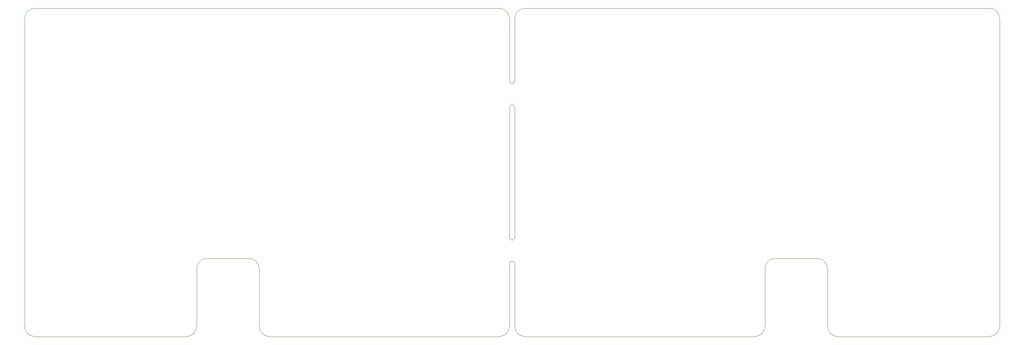
<source format=gbr>
%TF.GenerationSoftware,KiCad,Pcbnew,(6.0.1)*%
%TF.CreationDate,2022-12-01T17:44:09-05:00*%
%TF.ProjectId,DELPHI,44454c50-4849-42e6-9b69-6361645f7063,rev?*%
%TF.SameCoordinates,Original*%
%TF.FileFunction,Profile,NP*%
%FSLAX46Y46*%
G04 Gerber Fmt 4.6, Leading zero omitted, Abs format (unit mm)*
G04 Created by KiCad (PCBNEW (6.0.1)) date 2022-12-01 17:44:09*
%MOMM*%
%LPD*%
G01*
G04 APERTURE LIST*
%TA.AperFunction,Profile*%
%ADD10C,0.100000*%
%TD*%
G04 APERTURE END LIST*
D10*
X82550000Y-110490000D02*
X138430000Y-110490000D01*
X218440000Y-107950000D02*
G75*
G03*
X220980000Y-110490000I2540001J1D01*
G01*
X142240000Y-54610000D02*
X142240000Y-86360000D01*
X142240000Y-54610000D02*
G75*
G03*
X140970000Y-54610000I-635000J0D01*
G01*
X80010000Y-93980000D02*
G75*
G03*
X77470000Y-91440000I-2540001J-1D01*
G01*
X218440000Y-107950000D02*
X218440000Y-93980000D01*
X142240000Y-107950000D02*
X142240000Y-92710000D01*
X142240000Y-107950000D02*
G75*
G03*
X144780000Y-110490000I2540001J1D01*
G01*
X138430000Y-110490000D02*
G75*
G03*
X140970000Y-107950000I-1J2540001D01*
G01*
X67310000Y-91440000D02*
G75*
G03*
X64770000Y-93980000I1J-2540001D01*
G01*
X80010000Y-107950000D02*
G75*
G03*
X82550000Y-110490000I2540001J1D01*
G01*
X142240000Y-92710000D02*
G75*
G03*
X140970000Y-92710000I-635000J0D01*
G01*
X80010000Y-107950000D02*
X80010000Y-93980000D01*
X62230000Y-110490000D02*
G75*
G03*
X64770000Y-107950000I-1J2540001D01*
G01*
X140970000Y-33020000D02*
X140970000Y-48260000D01*
X144780000Y-30480000D02*
X257810000Y-30480000D01*
X140970000Y-86360000D02*
G75*
G03*
X142240000Y-86360000I635000J0D01*
G01*
X205740000Y-91440000D02*
G75*
G03*
X203200000Y-93980000I1J-2540001D01*
G01*
X25400000Y-30480000D02*
X138430000Y-30480000D01*
X22860000Y-107950000D02*
X22860000Y-33020000D01*
X22860000Y-107950000D02*
G75*
G03*
X25400000Y-110490000I2540001J1D01*
G01*
X257810000Y-110490000D02*
X220980000Y-110490000D01*
X200660000Y-110490000D02*
G75*
G03*
X203200000Y-107950000I-1J2540001D01*
G01*
X25400000Y-30480000D02*
G75*
G03*
X22860000Y-33020000I1J-2540001D01*
G01*
X64770000Y-93980000D02*
X64770000Y-107950000D01*
X260350000Y-33020000D02*
X260350000Y-107950000D01*
X260350000Y-33020000D02*
G75*
G03*
X257810000Y-30480000I-2540001J-1D01*
G01*
X215900000Y-91440000D02*
X205740000Y-91440000D01*
X77470000Y-91440000D02*
X67310000Y-91440000D01*
X140970000Y-48260000D02*
G75*
G03*
X142240000Y-48260000I635000J0D01*
G01*
X140970000Y-86360000D02*
X140970000Y-54610000D01*
X144780000Y-30480000D02*
G75*
G03*
X142240000Y-33020000I1J-2540001D01*
G01*
X257810000Y-110490000D02*
G75*
G03*
X260350000Y-107950000I-1J2540001D01*
G01*
X200660000Y-110490000D02*
X144780000Y-110490000D01*
X142240000Y-48260000D02*
X142240000Y-33020000D01*
X140970000Y-92710000D02*
X140970000Y-107950000D01*
X218440000Y-93980000D02*
G75*
G03*
X215900000Y-91440000I-2540001J-1D01*
G01*
X25400000Y-110490000D02*
X62230000Y-110490000D01*
X203200000Y-93980000D02*
X203200000Y-107950000D01*
X140970000Y-33020000D02*
G75*
G03*
X138430000Y-30480000I-2540001J-1D01*
G01*
M02*

</source>
